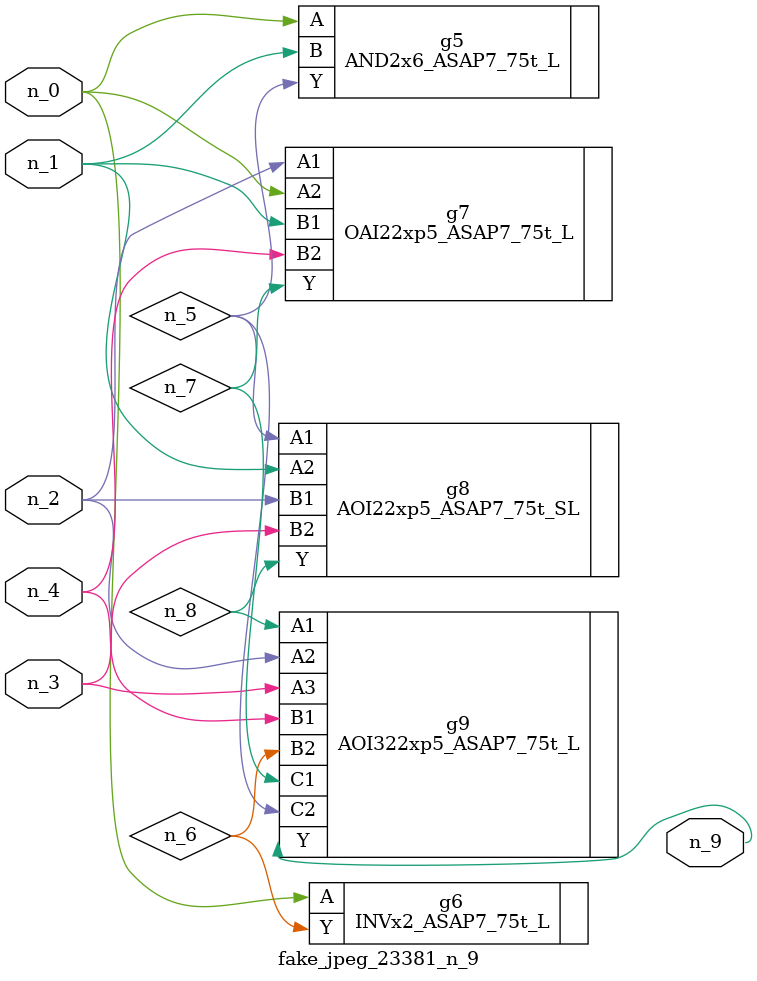
<source format=v>
module fake_jpeg_23381_n_9 (n_3, n_2, n_1, n_0, n_4, n_9);

input n_3;
input n_2;
input n_1;
input n_0;
input n_4;

output n_9;

wire n_8;
wire n_6;
wire n_5;
wire n_7;

AND2x6_ASAP7_75t_L g5 ( 
.A(n_0),
.B(n_1),
.Y(n_5)
);

INVx2_ASAP7_75t_L g6 ( 
.A(n_0),
.Y(n_6)
);

OAI22xp5_ASAP7_75t_L g7 ( 
.A1(n_2),
.A2(n_0),
.B1(n_1),
.B2(n_4),
.Y(n_7)
);

AOI22xp5_ASAP7_75t_SL g8 ( 
.A1(n_5),
.A2(n_1),
.B1(n_2),
.B2(n_3),
.Y(n_8)
);

AOI322xp5_ASAP7_75t_L g9 ( 
.A1(n_8),
.A2(n_2),
.A3(n_3),
.B1(n_4),
.B2(n_6),
.C1(n_7),
.C2(n_5),
.Y(n_9)
);


endmodule
</source>
